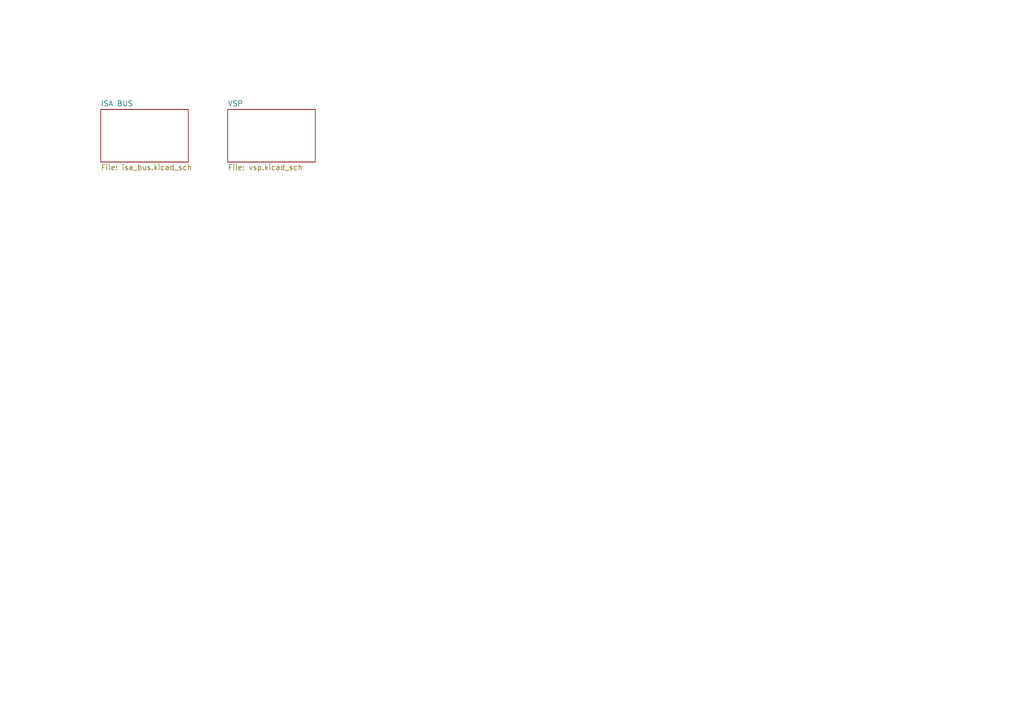
<source format=kicad_sch>
(kicad_sch (version 20211123) (generator eeschema)

  (uuid d4116699-c936-4790-aa7c-cee7d79ea34f)

  (paper "A4")

  (lib_symbols
  )


  (sheet (at 66.04 31.75) (size 25.4 15.24) (fields_autoplaced)
    (stroke (width 0) (type solid) (color 0 0 0 0))
    (fill (color 0 0 0 0.0000))
    (uuid 00000000-0000-0000-0000-00005c4ca9a3)
    (property "Sheet name" "VSP" (id 0) (at 66.04 30.9114 0)
      (effects (font (size 1.524 1.524)) (justify left bottom))
    )
    (property "Sheet file" "vsp.kicad_sch" (id 1) (at 66.04 47.6762 0)
      (effects (font (size 1.524 1.524)) (justify left top))
    )
  )

  (sheet (at 29.21 31.75) (size 25.4 15.24) (fields_autoplaced)
    (stroke (width 0) (type solid) (color 0 0 0 0))
    (fill (color 0 0 0 0.0000))
    (uuid 00000000-0000-0000-0000-00005c52853f)
    (property "Sheet name" "ISA BUS" (id 0) (at 29.21 30.9114 0)
      (effects (font (size 1.524 1.524)) (justify left bottom))
    )
    (property "Sheet file" "isa_bus.kicad_sch" (id 1) (at 29.21 47.6762 0)
      (effects (font (size 1.524 1.524)) (justify left top))
    )
  )

  (sheet_instances
    (path "/" (page "1"))
    (path "/00000000-0000-0000-0000-00005c4ca9a3" (page "2"))
    (path "/00000000-0000-0000-0000-00005c52853f" (page "3"))
  )

  (symbol_instances
    (path "/00000000-0000-0000-0000-00005c52853f/00000000-0000-0000-0000-00005ffc62fd"
      (reference "#FLG0101") (unit 1) (value "PWR_FLAG") (footprint "")
    )
    (path "/00000000-0000-0000-0000-00005c52853f/00000000-0000-0000-0000-00005fff9cce"
      (reference "#FLG0102") (unit 1) (value "PWR_FLAG") (footprint "")
    )
    (path "/00000000-0000-0000-0000-00005c52853f/00000000-0000-0000-0000-000060012798"
      (reference "#FLG0103") (unit 1) (value "PWR_FLAG") (footprint "")
    )
    (path "/00000000-0000-0000-0000-00005c52853f/00000000-0000-0000-0000-000060044f98"
      (reference "#FLG0104") (unit 1) (value "PWR_FLAG") (footprint "")
    )
    (path "/00000000-0000-0000-0000-00005c4ca9a3/00000000-0000-0000-0000-00005c4d7405"
      (reference "#PWR0101") (unit 1) (value "-5V") (footprint "")
    )
    (path "/00000000-0000-0000-0000-00005c4ca9a3/00000000-0000-0000-0000-00005c4d7630"
      (reference "#PWR0102") (unit 1) (value "-5V") (footprint "")
    )
    (path "/00000000-0000-0000-0000-00005c4ca9a3/00000000-0000-0000-0000-00005c4d77c9"
      (reference "#PWR0103") (unit 1) (value "GND") (footprint "")
    )
    (path "/00000000-0000-0000-0000-00005c4ca9a3/00000000-0000-0000-0000-00005c4d7d6f"
      (reference "#PWR0104") (unit 1) (value "GND") (footprint "")
    )
    (path "/00000000-0000-0000-0000-00005c4ca9a3/00000000-0000-0000-0000-00005c4d8079"
      (reference "#PWR0105") (unit 1) (value "+12V") (footprint "")
    )
    (path "/00000000-0000-0000-0000-00005c4ca9a3/00000000-0000-0000-0000-00005c4d83df"
      (reference "#PWR0106") (unit 1) (value "GND") (footprint "")
    )
    (path "/00000000-0000-0000-0000-00005c4ca9a3/00000000-0000-0000-0000-00005c4d86ee"
      (reference "#PWR0107") (unit 1) (value "GND") (footprint "")
    )
    (path "/00000000-0000-0000-0000-00005c4ca9a3/00000000-0000-0000-0000-00005c4d8783"
      (reference "#PWR0108") (unit 1) (value "GND") (footprint "")
    )
    (path "/00000000-0000-0000-0000-00005c4ca9a3/00000000-0000-0000-0000-00005c4d8b40"
      (reference "#PWR0109") (unit 1) (value "GND") (footprint "")
    )
    (path "/00000000-0000-0000-0000-00005c4ca9a3/00000000-0000-0000-0000-00005c4da14e"
      (reference "#PWR0110") (unit 1) (value "GND") (footprint "")
    )
    (path "/00000000-0000-0000-0000-00005c4ca9a3/00000000-0000-0000-0000-00005c4da186"
      (reference "#PWR0111") (unit 1) (value "GND") (footprint "")
    )
    (path "/00000000-0000-0000-0000-00005c4ca9a3/00000000-0000-0000-0000-00005c4da1be"
      (reference "#PWR0112") (unit 1) (value "GND") (footprint "")
    )
    (path "/00000000-0000-0000-0000-00005c4ca9a3/00000000-0000-0000-0000-00006107592f"
      (reference "#PWR0113") (unit 1) (value "GND") (footprint "")
    )
    (path "/00000000-0000-0000-0000-00005c4ca9a3/00000000-0000-0000-0000-00005c535614"
      (reference "#PWR0114") (unit 1) (value "VCC") (footprint "")
    )
    (path "/00000000-0000-0000-0000-00005c4ca9a3/00000000-0000-0000-0000-00005c53564a"
      (reference "#PWR0115") (unit 1) (value "-5V") (footprint "")
    )
    (path "/00000000-0000-0000-0000-00005c4ca9a3/00000000-0000-0000-0000-00005dbba962"
      (reference "#PWR0116") (unit 1) (value "GND") (footprint "")
    )
    (path "/00000000-0000-0000-0000-00005c4ca9a3/00000000-0000-0000-0000-00005dbbb564"
      (reference "#PWR0117") (unit 1) (value "+12V") (footprint "")
    )
    (path "/00000000-0000-0000-0000-00005c4ca9a3/00000000-0000-0000-0000-00005dbc21d2"
      (reference "#PWR0118") (unit 1) (value "VCC") (footprint "")
    )
    (path "/00000000-0000-0000-0000-00005c4ca9a3/00000000-0000-0000-0000-00005dbc26e9"
      (reference "#PWR0119") (unit 1) (value "VCC") (footprint "")
    )
    (path "/00000000-0000-0000-0000-00005c52853f/00000000-0000-0000-0000-00005da31ba5"
      (reference "#PWR0121") (unit 1) (value "VCC") (footprint "")
    )
    (path "/00000000-0000-0000-0000-00005c52853f/00000000-0000-0000-0000-00005c528fd2"
      (reference "#PWR0122") (unit 1) (value "+12V") (footprint "")
    )
    (path "/00000000-0000-0000-0000-00005c52853f/00000000-0000-0000-0000-00005c528d55"
      (reference "#PWR0123") (unit 1) (value "VCC") (footprint "")
    )
    (path "/00000000-0000-0000-0000-00005c52853f/00000000-0000-0000-0000-00005c528d79"
      (reference "#PWR0124") (unit 1) (value "-5V") (footprint "")
    )
    (path "/00000000-0000-0000-0000-00005c52853f/00000000-0000-0000-0000-00005c5290fe"
      (reference "#PWR0125") (unit 1) (value "GND") (footprint "")
    )
    (path "/00000000-0000-0000-0000-00005c52853f/00000000-0000-0000-0000-00005c52911a"
      (reference "#PWR0126") (unit 1) (value "GND") (footprint "")
    )
    (path "/00000000-0000-0000-0000-00005c52853f/00000000-0000-0000-0000-00005c529136"
      (reference "#PWR0127") (unit 1) (value "GND") (footprint "")
    )
    (path "/00000000-0000-0000-0000-00005c52853f/00000000-0000-0000-0000-00005dc6cb9e"
      (reference "#PWR0128") (unit 1) (value "GND") (footprint "")
    )
    (path "/00000000-0000-0000-0000-00005c52853f/00000000-0000-0000-0000-00005c5289cf"
      (reference "#PWR0129") (unit 1) (value "GND") (footprint "")
    )
    (path "/00000000-0000-0000-0000-00005c52853f/00000000-0000-0000-0000-00005c5289e5"
      (reference "#PWR0130") (unit 1) (value "-5V") (footprint "")
    )
    (path "/00000000-0000-0000-0000-00005c52853f/00000000-0000-0000-0000-00005c528a11"
      (reference "#PWR0131") (unit 1) (value "VCC") (footprint "")
    )
    (path "/00000000-0000-0000-0000-00005c52853f/00000000-0000-0000-0000-00005c528de8"
      (reference "#PWR0132") (unit 1) (value "+12V") (footprint "")
    )
    (path "/00000000-0000-0000-0000-00005c52853f/00000000-0000-0000-0000-00005dc6d4d0"
      (reference "#PWR0133") (unit 1) (value "VCC") (footprint "")
    )
    (path "/00000000-0000-0000-0000-00005c52853f/00000000-0000-0000-0000-00005dc6d9d6"
      (reference "#PWR0134") (unit 1) (value "VCC") (footprint "")
    )
    (path "/00000000-0000-0000-0000-00005c52853f/00000000-0000-0000-0000-00005dbe2f3d"
      (reference "#PWR0135") (unit 1) (value "GND") (footprint "")
    )
    (path "/00000000-0000-0000-0000-00005c52853f/00000000-0000-0000-0000-00005c52c709"
      (reference "#PWR0136") (unit 1) (value "VCC") (footprint "")
    )
    (path "/00000000-0000-0000-0000-00005c52853f/00000000-0000-0000-0000-00005dafbdb6"
      (reference "#PWR0141") (unit 1) (value "GND") (footprint "")
    )
    (path "/00000000-0000-0000-0000-00005c52853f/00000000-0000-0000-0000-00005dafc9f4"
      (reference "#PWR0142") (unit 1) (value "VCC") (footprint "")
    )
    (path "/00000000-0000-0000-0000-00005c52853f/00000000-0000-0000-0000-00005daf010f"
      (reference "#PWR0143") (unit 1) (value "VCC") (footprint "")
    )
    (path "/00000000-0000-0000-0000-00005c52853f/00000000-0000-0000-0000-00005db4815a"
      (reference "#PWR0144") (unit 1) (value "GND") (footprint "")
    )
    (path "/00000000-0000-0000-0000-00005c52853f/00000000-0000-0000-0000-00005db86a1e"
      (reference "#PWR0145") (unit 1) (value "GND") (footprint "")
    )
    (path "/00000000-0000-0000-0000-00005c52853f/00000000-0000-0000-0000-00005db8713b"
      (reference "#PWR0146") (unit 1) (value "VCC") (footprint "")
    )
    (path "/00000000-0000-0000-0000-00005c52853f/00000000-0000-0000-0000-00005dbb0992"
      (reference "#PWR0147") (unit 1) (value "VCC") (footprint "")
    )
    (path "/00000000-0000-0000-0000-00005c52853f/00000000-0000-0000-0000-00005dbb1c29"
      (reference "#PWR0148") (unit 1) (value "GND") (footprint "")
    )
    (path "/00000000-0000-0000-0000-00005c52853f/00000000-0000-0000-0000-00005dc0301e"
      (reference "#PWR0149") (unit 1) (value "GND") (footprint "")
    )
    (path "/00000000-0000-0000-0000-00005c52853f/00000000-0000-0000-0000-00005dd3aa11"
      (reference "#PWR0151") (unit 1) (value "VCC") (footprint "")
    )
    (path "/00000000-0000-0000-0000-00005c52853f/00000000-0000-0000-0000-00005dd9656d"
      (reference "#PWR0152") (unit 1) (value "VCC") (footprint "")
    )
    (path "/00000000-0000-0000-0000-00005c52853f/00000000-0000-0000-0000-00005dd96ae1"
      (reference "#PWR0153") (unit 1) (value "VCC") (footprint "")
    )
    (path "/00000000-0000-0000-0000-00005c52853f/00000000-0000-0000-0000-00005dd973b7"
      (reference "#PWR0154") (unit 1) (value "VCC") (footprint "")
    )
    (path "/00000000-0000-0000-0000-00005c52853f/00000000-0000-0000-0000-00005dd98705"
      (reference "#PWR0155") (unit 1) (value "GND") (footprint "")
    )
    (path "/00000000-0000-0000-0000-00005c52853f/00000000-0000-0000-0000-00005dd98bcf"
      (reference "#PWR0156") (unit 1) (value "GND") (footprint "")
    )
    (path "/00000000-0000-0000-0000-00005c52853f/00000000-0000-0000-0000-00005dd997a5"
      (reference "#PWR0157") (unit 1) (value "GND") (footprint "")
    )
    (path "/00000000-0000-0000-0000-00005c52853f/00000000-0000-0000-0000-00005df3846d"
      (reference "#PWR0158") (unit 1) (value "GND") (footprint "")
    )
    (path "/00000000-0000-0000-0000-00005c52853f/00000000-0000-0000-0000-00005df39c78"
      (reference "#PWR0159") (unit 1) (value "GND") (footprint "")
    )
    (path "/00000000-0000-0000-0000-00005c52853f/00000000-0000-0000-0000-00005df3aeff"
      (reference "#PWR0160") (unit 1) (value "VCC") (footprint "")
    )
    (path "/00000000-0000-0000-0000-00005c52853f/00000000-0000-0000-0000-00005df3bd34"
      (reference "#PWR0161") (unit 1) (value "VCC") (footprint "")
    )
    (path "/00000000-0000-0000-0000-00005c52853f/00000000-0000-0000-0000-00005dfd1af4"
      (reference "#PWR0162") (unit 1) (value "VCC") (footprint "")
    )
    (path "/00000000-0000-0000-0000-00005c52853f/00000000-0000-0000-0000-00005dfd1aea"
      (reference "#PWR0163") (unit 1) (value "GND") (footprint "")
    )
    (path "/00000000-0000-0000-0000-00005c52853f/00000000-0000-0000-0000-00005e0c6840"
      (reference "#PWR0164") (unit 1) (value "VCC") (footprint "")
    )
    (path "/00000000-0000-0000-0000-00005c52853f/00000000-0000-0000-0000-00006001279e"
      (reference "#PWR0165") (unit 1) (value "+12V") (footprint "")
    )
    (path "/00000000-0000-0000-0000-00005c52853f/00000000-0000-0000-0000-000060079a0b"
      (reference "#PWR0166") (unit 1) (value "VCC") (footprint "")
    )
    (path "/00000000-0000-0000-0000-00005c52853f/00000000-0000-0000-0000-000060093b2e"
      (reference "#PWR0167") (unit 1) (value "-5V") (footprint "")
    )
    (path "/00000000-0000-0000-0000-00005c52853f/00000000-0000-0000-0000-0000600add43"
      (reference "#PWR0168") (unit 1) (value "GND") (footprint "")
    )
    (path "/00000000-0000-0000-0000-00005c52853f/00000000-0000-0000-0000-00005c528644"
      (reference "BUS1") (unit 1) (value "BUSPC") (footprint "Echo PC2:BUS_PC")
    )
    (path "/00000000-0000-0000-0000-00005c4ca9a3/00000000-0000-0000-0000-00005dbb9519"
      (reference "C1") (unit 1) (value "10x16V") (footprint "Capacitor_THT:CP_Radial_D5.0mm_P2.50mm")
    )
    (path "/00000000-0000-0000-0000-00005c4ca9a3/00000000-0000-0000-0000-00005dbc1049"
      (reference "C2") (unit 1) (value "0.1") (footprint "Capacitor_THT:C_Rect_L7.0mm_W2.5mm_P5.00mm")
    )
    (path "/00000000-0000-0000-0000-00005c52853f/00000000-0000-0000-0000-00005dc024db"
      (reference "C3") (unit 1) (value "0.1") (footprint "Capacitor_THT:C_Disc_D5.0mm_W2.5mm_P5.00mm")
    )
    (path "/00000000-0000-0000-0000-00005c52853f/00000000-0000-0000-0000-00005dbd8415"
      (reference "C4") (unit 1) (value "0.1") (footprint "Capacitor_THT:C_Disc_D5.0mm_W2.5mm_P5.00mm")
    )
    (path "/00000000-0000-0000-0000-00005c52853f/00000000-0000-0000-0000-00005dbd94dc"
      (reference "C5") (unit 1) (value "0.1") (footprint "Capacitor_THT:C_Disc_D5.0mm_W2.5mm_P5.00mm")
    )
    (path "/00000000-0000-0000-0000-00005c52853f/00000000-0000-0000-0000-00005dfd1ae0"
      (reference "C6") (unit 1) (value "0.1") (footprint "Capacitor_THT:C_Disc_D5.0mm_W2.5mm_P5.00mm")
    )
    (path "/00000000-0000-0000-0000-00005c4ca9a3/00000000-0000-0000-0000-00005c4d98dd"
      (reference "C7") (unit 1) (value "10x16V") (footprint "Capacitor_THT:CP_Radial_D5.0mm_P2.50mm")
    )
    (path "/00000000-0000-0000-0000-00005c4ca9a3/00000000-0000-0000-0000-00005c4cb422"
      (reference "C8") (unit 1) (value "1000p") (footprint "Capacitor_THT:C_Disc_D5.0mm_W2.5mm_P5.00mm")
    )
    (path "/00000000-0000-0000-0000-00005c4ca9a3/00000000-0000-0000-0000-00005c4d8c37"
      (reference "C9") (unit 1) (value "1000p") (footprint "Capacitor_THT:C_Disc_D5.0mm_W2.5mm_P5.00mm")
    )
    (path "/00000000-0000-0000-0000-00005c4ca9a3/00000000-0000-0000-0000-00005c4d8297"
      (reference "C10") (unit 1) (value "CP") (footprint "Capacitor_THT:CP_Radial_D5.0mm_P2.50mm")
    )
    (path "/00000000-0000-0000-0000-00005c52853f/00000000-0000-0000-0000-00005def62b8"
      (reference "C11") (unit 1) (value "0.1") (footprint "Capacitor_THT:C_Disc_D5.0mm_W2.5mm_P5.00mm")
    )
    (path "/00000000-0000-0000-0000-00005c52853f/00000000-0000-0000-0000-00005def4713"
      (reference "C12") (unit 1) (value "0.1") (footprint "Capacitor_THT:C_Disc_D5.0mm_W2.5mm_P5.00mm")
    )
    (path "/00000000-0000-0000-0000-00005c4ca9a3/00000000-0000-0000-0000-00005c4d89b9"
      (reference "C13") (unit 1) (value "100x10V") (footprint "Capacitor_THT:CP_Radial_D6.3mm_P2.50mm")
    )
    (path "/00000000-0000-0000-0000-00005c52853f/00000000-0000-0000-0000-00005c528d32"
      (reference "C14") (unit 1) (value "10x16V") (footprint "Capacitor_THT:CP_Radial_D5.0mm_P2.50mm")
    )
    (path "/00000000-0000-0000-0000-00005c52853f/00000000-0000-0000-0000-00005c528d0f"
      (reference "C15") (unit 1) (value "10x16V") (footprint "Capacitor_THT:CP_Radial_D5.0mm_P2.50mm")
    )
    (path "/00000000-0000-0000-0000-00005c52853f/00000000-0000-0000-0000-00005c528c78"
      (reference "C16") (unit 1) (value "10x16V") (footprint "Capacitor_THT:CP_Radial_D5.0mm_P2.50mm")
    )
    (path "/00000000-0000-0000-0000-00005c4ca9a3/00000000-0000-0000-0000-00005ff8e338"
      (reference "J1") (unit 1) (value "Audio") (footprint "echo_pc2:JACK_2.5")
    )
    (path "/00000000-0000-0000-0000-00005c52853f/00000000-0000-0000-0000-00005c535ec3"
      (reference "JP1") (unit 1) (value "IO_PORT") (footprint "Connector_PinHeader_2.54mm:PinHeader_1x03_P2.54mm_Vertical")
    )
    (path "/00000000-0000-0000-0000-00005c4ca9a3/00000000-0000-0000-0000-00005c4d8fed"
      (reference "R1") (unit 1) (value "10K") (footprint "Resistor_THT:R_Axial_DIN0207_L6.3mm_D2.5mm_P7.62mm_Horizontal")
    )
    (path "/00000000-0000-0000-0000-00005c4ca9a3/00000000-0000-0000-0000-00005c4d9088"
      (reference "R2") (unit 1) (value "1.8K") (footprint "Resistor_THT:R_Axial_DIN0207_L6.3mm_D2.5mm_P7.62mm_Horizontal")
    )
    (path "/00000000-0000-0000-0000-00005c4ca9a3/00000000-0000-0000-0000-00005c4d90ef"
      (reference "R3") (unit 1) (value "100K") (footprint "Resistor_THT:R_Axial_DIN0207_L6.3mm_D2.5mm_P7.62mm_Horizontal")
    )
    (path "/00000000-0000-0000-0000-00005c4ca9a3/00000000-0000-0000-0000-00005c4cb20b"
      (reference "R4") (unit 1) (value "3K") (footprint "Resistor_THT:R_Axial_DIN0207_L6.3mm_D2.5mm_P7.62mm_Horizontal")
    )
    (path "/00000000-0000-0000-0000-00005c4ca9a3/00000000-0000-0000-0000-00005c4cb34d"
      (reference "R5") (unit 1) (value "10K") (footprint "Resistor_THT:R_Axial_DIN0207_L6.3mm_D2.5mm_P7.62mm_Horizontal")
    )
    (path "/00000000-0000-0000-0000-00005c4ca9a3/00000000-0000-0000-0000-00005c4cac4b"
      (reference "R6") (unit 1) (value "150K") (footprint "Resistor_THT:R_Axial_DIN0207_L6.3mm_D2.5mm_P10.16mm_Horizontal")
    )
    (path "/00000000-0000-0000-0000-00005c52853f/00000000-0000-0000-0000-00005c5295f2"
      (reference "R7") (unit 1) (value "10K") (footprint "Resistor_THT:R_Array_SIP10")
    )
    (path "/00000000-0000-0000-0000-00005c4ca9a3/00000000-0000-0000-0000-00005ff8fa93"
      (reference "RV1") (unit 1) (value "260K") (footprint "Potentiometer_THT:Potentiometer_Vishay_T73YP_Vertical")
    )
    (path "/00000000-0000-0000-0000-00005c4ca9a3/00000000-0000-0000-0000-00005d9fd449"
      (reference "RV2") (unit 1) (value "10K") (footprint "Potentiometer_THT:Potentiometer_Alps_RK097_Single_Horizontal")
    )
    (path "/00000000-0000-0000-0000-00005c4ca9a3/00000000-0000-0000-0000-00005c4d7cf4"
      (reference "U1") (unit 1) (value "LM380") (footprint "Package_DIP:DIP-14_W7.62mm")
    )
    (path "/00000000-0000-0000-0000-00005c4ca9a3/00000000-0000-0000-0000-00005d9fad27"
      (reference "U2") (unit 1) (value "TL081") (footprint "Package_DIP:DIP-8_W7.62mm")
    )
    (path "/00000000-0000-0000-0000-00005c52853f/00000000-0000-0000-0000-00005e193653"
      (reference "U3") (unit 1) (value "74LS02") (footprint "Package_DIP:DIP-14_W7.62mm")
    )
    (path "/00000000-0000-0000-0000-00005c52853f/00000000-0000-0000-0000-00005e1fcae4"
      (reference "U3") (unit 2) (value "74LS02") (footprint "Package_DIP:DIP-14_W7.62mm")
    )
    (path "/00000000-0000-0000-0000-00005c52853f/00000000-0000-0000-0000-00005e90fa9d"
      (reference "U3") (unit 3) (value "74LS02") (footprint "Package_DIP:DIP-14_W7.62mm")
    )
    (path "/00000000-0000-0000-0000-00005c52853f/00000000-0000-0000-0000-00005dbde134"
      (reference "U3") (unit 4) (value "74LS02") (footprint "Package_DIP:DIP-14_W7.62mm")
    )
    (path "/00000000-0000-0000-0000-00005c52853f/00000000-0000-0000-0000-00005dbd9f4b"
      (reference "U3") (unit 5) (value "74LS02") (footprint "Package_DIP:DIP-14_W7.62mm")
    )
    (path "/00000000-0000-0000-0000-00005c52853f/00000000-0000-0000-0000-00005c5358b6"
      (reference "U4") (unit 1) (value "74LS30") (footprint "Package_DIP:DIP-14_W7.62mm")
    )
    (path "/00000000-0000-0000-0000-00005c52853f/00000000-0000-0000-0000-00005dbadb3c"
      (reference "U4") (unit 2) (value "74LS30") (footprint "Package_DIP:DIP-14_W7.62mm")
    )
    (path "/00000000-0000-0000-0000-00005c52853f/00000000-0000-0000-0000-00005c53f0ce"
      (reference "U5") (unit 1) (value "74LS74") (footprint "Package_DIP:DIP-14_W7.62mm")
    )
    (path "/00000000-0000-0000-0000-00005c52853f/00000000-0000-0000-0000-00005c58af06"
      (reference "U5") (unit 2) (value "74LS74") (footprint "Package_DIP:DIP-14_W7.62mm")
    )
    (path "/00000000-0000-0000-0000-00005c52853f/00000000-0000-0000-0000-00005db6ee80"
      (reference "U5") (unit 3) (value "74LS74") (footprint "Package_DIP:DIP-14_W7.62mm")
    )
    (path "/00000000-0000-0000-0000-00005c52853f/00000000-0000-0000-0000-00005c53daae"
      (reference "U6") (unit 1) (value "74LS138") (footprint "Package_DIP:DIP-16_W7.62mm")
    )
    (path "/00000000-0000-0000-0000-00005c4ca9a3/00000000-0000-0000-0000-00005c4cac10"
      (reference "U7") (unit 1) (value "TMS5220") (footprint "Package_DIP:DIP-28_W15.24mm")
    )
    (path "/00000000-0000-0000-0000-00005c52853f/00000000-0000-0000-0000-00005d9f78e4"
      (reference "U8") (unit 1) (value "74LS373") (footprint "Package_DIP:DIP-20_W7.62mm")
    )
    (path "/00000000-0000-0000-0000-00005c52853f/00000000-0000-0000-0000-00005da463c6"
      (reference "U9") (unit 1) (value "74LS373") (footprint "Package_DIP:DIP-20_W7.62mm")
    )
  )
)

</source>
